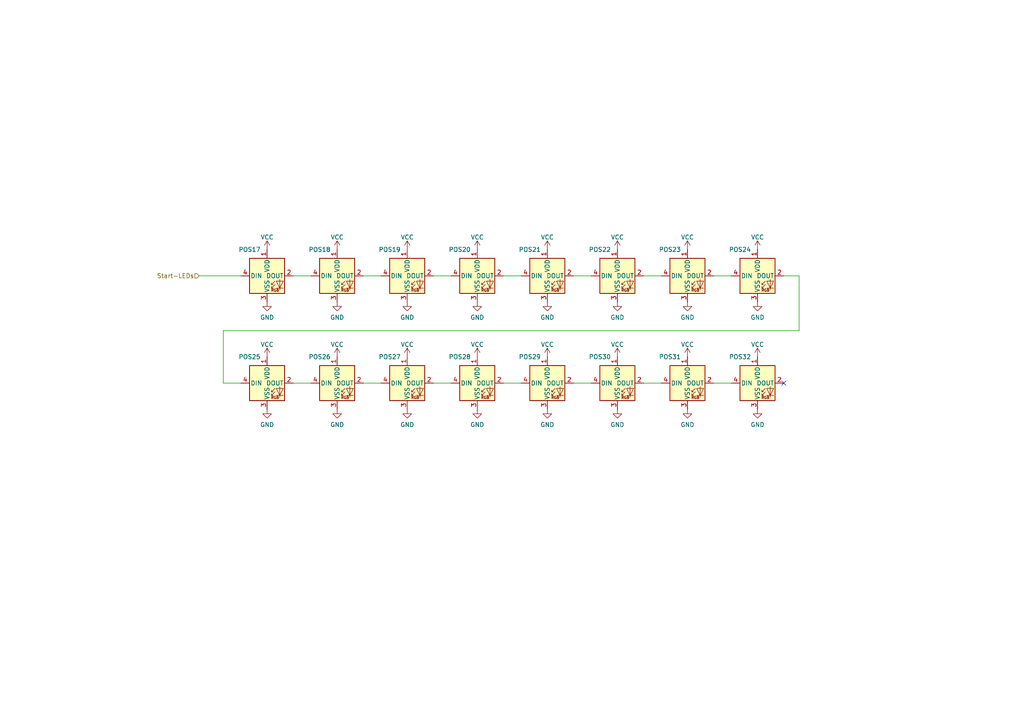
<source format=kicad_sch>
(kicad_sch (version 20211123) (generator eeschema)
  (paper "A4")
  (lib_symbols
    (symbol "LED:WS2812B" (pin_names (offset 0.254))
      (property "Reference" "D" (at 5.08 5.715 0))
      (property "Value" "WS2812B" (at 1.27 -5.715 0))
      (symbol "WS2812B_0_0"
        (text "RGB" (at 2.286 -4.191 0) (effects (font (size 0.762 0.762))))
      )
      (symbol "WS2812B_0_1"
        (polyline (pts (xy 1.27 -3.556) (xy 1.778 -3.556)))
        (polyline (pts (xy 1.27 -2.54) (xy 1.778 -2.54)))
        (polyline (pts (xy 4.699 -3.556) (xy 2.667 -3.556)))
        (polyline (pts (xy 2.286 -2.54) (xy 1.27 -3.556) (xy 1.27 -3.048)))
        (polyline (pts (xy 2.286 -1.524) (xy 1.27 -2.54) (xy 1.27 -2.032)))
        (polyline (pts (xy 3.683 -1.016) (xy 3.683 -3.556) (xy 3.683 -4.064)))
        (polyline (pts (xy 4.699 -1.524) (xy 2.667 -1.524) (xy 3.683 -3.556) (xy 4.699 -1.524)))
        (rectangle (start 5.08 5.08) (end -5.08 -5.08) (stroke (width 0.254)) (fill (type background)))
      )
      (symbol "WS2812B_1_1"
        (pin power_in line (at 0 7.62 270) (length 2.54) (name "VDD") (number "1"))
        (pin output line (at 7.62 0 180) (length 2.54) (name "DOUT") (number "2"))
        (pin power_in line (at 0 -7.62 90) (length 2.54) (name "VSS") (number "3"))
        (pin input line (at -7.62 0 0) (length 2.54) (name "DIN") (number "4"))
      )
    )
    (symbol "power:GND" (power) (pin_names (offset 0))
      (property "Value" "GND" (at 0 -3.81 0))
      (symbol "GND_0_1"
        (polyline (pts (xy 0 0) (xy 0 -1.27) (xy 1.27 -1.27) (xy 0 -2.54) (xy -1.27 -1.27) (xy 0 -1.27)))
      )
      (symbol "GND_1_1"
        (pin power_in line (at 0 0 270) (length 0) hide (name "GND") (number "1"))
      )
    )
    (symbol "power:VCC" (power) (pin_names (offset 0))
      (property "Value" "VCC" (at 0 3.81 0))
      (symbol "VCC_0_1"
        (polyline (pts (xy -0.762 1.27) (xy 0 2.54)))
        (polyline (pts (xy 0 0) (xy 0 2.54)))
        (polyline (pts (xy 0 2.54) (xy 0.762 1.27)))
      )
      (symbol "VCC_1_1"
        (pin power_in line (at 0 0 90) (length 0) hide (name "VCC") (number "1"))
      )
    )
  )
  (no_connect (at 227.33 111.125))
  (wire (pts (xy 57.785 80.01) (xy 69.85 80.01)))
  (wire (pts (xy 227.33 80.01) (xy 231.775 80.01)))
  (wire (pts (xy 146.05 80.01) (xy 151.13 80.01)))
  (wire (pts (xy 105.41 80.01) (xy 110.49 80.01)))
  (wire (pts (xy 207.01 111.125) (xy 212.09 111.125)))
  (wire (pts (xy 125.73 80.01) (xy 130.81 80.01)))
  (wire (pts (xy 64.77 95.885) (xy 64.77 111.125)))
  (wire (pts (xy 64.77 111.125) (xy 69.85 111.125)))
  (wire (pts (xy 85.09 80.01) (xy 90.17 80.01)))
  (wire (pts (xy 166.37 111.125) (xy 171.45 111.125)))
  (wire (pts (xy 207.01 80.01) (xy 212.09 80.01)))
  (wire (pts (xy 186.69 80.01) (xy 191.77 80.01)))
  (wire (pts (xy 231.775 95.885) (xy 64.77 95.885)))
  (wire (pts (xy 166.37 80.01) (xy 171.45 80.01)))
  (wire (pts (xy 85.09 111.125) (xy 90.17 111.125)))
  (wire (pts (xy 105.41 111.125) (xy 110.49 111.125)))
  (wire (pts (xy 125.73 111.125) (xy 130.81 111.125)))
  (wire (pts (xy 186.69 111.125) (xy 191.77 111.125)))
  (wire (pts (xy 146.05 111.125) (xy 151.13 111.125)))
  (wire (pts (xy 231.775 80.01) (xy 231.775 95.885)))
  (hierarchical_label "Start-LEDs" (shape input) (at 57.785 80.01 180))
  (symbol (lib_id "power:VCC") (at 219.71 103.505 0) (unit 1)
    (property "Reference" "#PWR0155" (effects hide))
    (property "Value" "VCC" (at 219.71 99.9292 0))
  )
  (symbol (lib_id "power:GND") (at 118.11 87.63 0) (unit 1)
    (property "Reference" "#PWR0111" (effects hide))
    (property "Value" "GND" (at 118.11 92.0734 0))
  )
  (symbol (lib_id "power:GND") (at 219.71 118.745 0) (unit 1)
    (property "Reference" "#PWR0171" (effects hide))
    (property "Value" "GND" (at 219.71 123.1884 0))
  )
  (symbol (lib_id "power:GND") (at 77.47 87.63 0) (unit 1)
    (property "Reference" "#PWR0100" (effects hide))
    (property "Value" "GND" (at 77.47 92.0734 0))
  )
  (symbol (lib_id "LED:WS2812B") (at 219.71 80.01 0) (unit 1)
    (property "Reference" "POS24" (at 214.63 72.39 0))
    (property "Value" "WS2812-4020_dual" (effects hide))
    (property "Footprint" "FieldBoard_footprint:LED_WS2812B_PLCC4_5.0x5.0mm_P3.2mm" (effects hide))
    (property "Datasheet" "https://cdn-shop.adafruit.com/datasheets/WS2812B.pdf" (effects hide))
  )
  (symbol (lib_id "power:GND") (at 138.43 87.63 0) (unit 1)
    (property "Reference" "#PWR0113" (effects hide))
    (property "Value" "GND" (at 138.43 92.0734 0))
  )
  (symbol (lib_id "power:VCC") (at 138.43 103.505 0) (unit 1)
    (property "Reference" "#PWR0147" (effects hide))
    (property "Value" "VCC" (at 138.43 99.9292 0))
  )
  (symbol (lib_id "power:GND") (at 179.07 87.63 0) (unit 1)
    (property "Reference" "#PWR0117" (effects hide))
    (property "Value" "GND" (at 179.07 92.0734 0))
  )
  (symbol (lib_id "LED:WS2812B") (at 77.47 111.125 0) (unit 1)
    (property "Reference" "POS25" (at 72.39 103.505 0))
    (property "Value" "WS2812-4020_dual" (effects hide))
    (property "Footprint" "FieldBoard_footprint:LED_WS2812B_PLCC4_5.0x5.0mm_P3.2mm" (effects hide))
    (property "Datasheet" "https://cdn-shop.adafruit.com/datasheets/WS2812B.pdf" (effects hide))
  )
  (symbol (lib_id "power:GND") (at 97.79 87.63 0) (unit 1)
    (property "Reference" "#PWR0109" (effects hide))
    (property "Value" "GND" (at 97.79 92.0734 0))
  )
  (symbol (lib_id "power:GND") (at 118.11 118.745 0) (unit 1)
    (property "Reference" "#PWR0161" (effects hide))
    (property "Value" "GND" (at 118.11 123.1884 0))
  )
  (symbol (lib_id "LED:WS2812B") (at 97.79 80.01 0) (unit 1)
    (property "Reference" "POS18" (at 92.71 72.39 0))
    (property "Value" "WS2812-4020_dual" (effects hide))
    (property "Footprint" "FieldBoard_footprint:LED_WS2812B_PLCC4_5.0x5.0mm_P3.2mm" (effects hide))
    (property "Datasheet" "https://cdn-shop.adafruit.com/datasheets/WS2812B.pdf" (effects hide))
  )
  (symbol (lib_id "LED:WS2812B") (at 199.39 80.01 0) (unit 1)
    (property "Reference" "POS23" (at 194.31 72.39 0))
    (property "Value" "WS2812-4020_dual" (effects hide))
    (property "Footprint" "FieldBoard_footprint:LED_WS2812B_PLCC4_5.0x5.0mm_P3.2mm" (effects hide))
    (property "Datasheet" "https://cdn-shop.adafruit.com/datasheets/WS2812B.pdf" (effects hide))
  )
  (symbol (lib_id "power:VCC") (at 118.11 72.39 0) (unit 1)
    (property "Reference" "#PWR088" (effects hide))
    (property "Value" "VCC" (at 118.11 68.8142 0))
  )
  (symbol (lib_id "LED:WS2812B") (at 118.11 80.01 0) (unit 1)
    (property "Reference" "POS19" (at 113.03 72.39 0))
    (property "Value" "WS2812-4020_dual" (effects hide))
    (property "Footprint" "FieldBoard_footprint:LED_WS2812B_PLCC4_5.0x5.0mm_P3.2mm" (effects hide))
    (property "Datasheet" "https://cdn-shop.adafruit.com/datasheets/WS2812B.pdf" (effects hide))
  )
  (symbol (lib_id "LED:WS2812B") (at 219.71 111.125 0) (unit 1)
    (property "Reference" "POS32" (at 214.63 103.505 0))
    (property "Value" "WS2812-4020_dual" (effects hide))
    (property "Footprint" "FieldBoard_footprint:LED_WS2812B_PLCC4_5.0x5.0mm_P3.2mm" (effects hide))
    (property "Datasheet" "https://cdn-shop.adafruit.com/datasheets/WS2812B.pdf" (effects hide))
  )
  (symbol (lib_id "power:GND") (at 199.39 118.745 0) (unit 1)
    (property "Reference" "#PWR0169" (effects hide))
    (property "Value" "GND" (at 199.39 123.1884 0))
  )
  (symbol (lib_id "LED:WS2812B") (at 138.43 80.01 0) (unit 1)
    (property "Reference" "POS20" (at 133.35 72.39 0))
    (property "Value" "WS2812-4020_dual" (effects hide))
    (property "Footprint" "FieldBoard_footprint:LED_WS2812B_PLCC4_5.0x5.0mm_P3.2mm" (effects hide))
    (property "Datasheet" "https://cdn-shop.adafruit.com/datasheets/WS2812B.pdf" (effects hide))
  )
  (symbol (lib_id "LED:WS2812B") (at 118.11 111.125 0) (unit 1)
    (property "Reference" "POS27" (at 113.03 103.505 0))
    (property "Value" "WS2812-4020_dual" (effects hide))
    (property "Footprint" "FieldBoard_footprint:LED_WS2812B_PLCC4_5.0x5.0mm_P3.2mm" (effects hide))
    (property "Datasheet" "https://cdn-shop.adafruit.com/datasheets/WS2812B.pdf" (effects hide))
  )
  (symbol (lib_id "power:VCC") (at 77.47 103.505 0) (unit 1)
    (property "Reference" "#PWR0141" (effects hide))
    (property "Value" "VCC" (at 77.47 99.9292 0))
  )
  (symbol (lib_id "LED:WS2812B") (at 77.47 80.01 0) (unit 1)
    (property "Reference" "POS17" (at 72.39 72.39 0))
    (property "Value" "WS2812-4020_dual" (effects hide))
    (property "Footprint" "FieldBoard_footprint:LED_WS2812B_PLCC4_5.0x5.0mm_P3.2mm" (effects hide))
    (property "Datasheet" "https://cdn-shop.adafruit.com/datasheets/WS2812B.pdf" (effects hide))
  )
  (symbol (lib_id "power:GND") (at 158.75 87.63 0) (unit 1)
    (property "Reference" "#PWR0115" (effects hide))
    (property "Value" "GND" (at 158.75 92.0734 0))
  )
  (symbol (lib_id "power:GND") (at 219.71 87.63 0) (unit 1)
    (property "Reference" "#PWR0121" (effects hide))
    (property "Value" "GND" (at 219.71 92.0734 0))
  )
  (symbol (lib_id "power:VCC") (at 199.39 103.505 0) (unit 1)
    (property "Reference" "#PWR0153" (effects hide))
    (property "Value" "VCC" (at 199.39 99.9292 0))
  )
  (symbol (lib_id "power:VCC") (at 158.75 72.39 0) (unit 1)
    (property "Reference" "#PWR092" (effects hide))
    (property "Value" "VCC" (at 158.75 68.8142 0))
  )
  (symbol (lib_id "power:GND") (at 97.79 118.745 0) (unit 1)
    (property "Reference" "#PWR0159" (effects hide))
    (property "Value" "GND" (at 97.79 123.1884 0))
  )
  (symbol (lib_id "LED:WS2812B") (at 97.79 111.125 0) (unit 1)
    (property "Reference" "POS26" (at 92.71 103.505 0))
    (property "Value" "WS2812-4020_dual" (effects hide))
    (property "Footprint" "FieldBoard_footprint:LED_WS2812B_PLCC4_5.0x5.0mm_P3.2mm" (effects hide))
    (property "Datasheet" "https://cdn-shop.adafruit.com/datasheets/WS2812B.pdf" (effects hide))
  )
  (symbol (lib_id "LED:WS2812B") (at 179.07 111.125 0) (unit 1)
    (property "Reference" "POS30" (at 173.99 103.505 0))
    (property "Value" "WS2812-4020_dual" (effects hide))
    (property "Footprint" "FieldBoard_footprint:LED_WS2812B_PLCC4_5.0x5.0mm_P3.2mm" (effects hide))
    (property "Datasheet" "https://cdn-shop.adafruit.com/datasheets/WS2812B.pdf" (effects hide))
  )
  (symbol (lib_id "power:GND") (at 199.39 87.63 0) (unit 1)
    (property "Reference" "#PWR0119" (effects hide))
    (property "Value" "GND" (at 199.39 92.0734 0))
  )
  (symbol (lib_id "power:GND") (at 138.43 118.745 0) (unit 1)
    (property "Reference" "#PWR0163" (effects hide))
    (property "Value" "GND" (at 138.43 123.1884 0))
  )
  (symbol (lib_id "LED:WS2812B") (at 158.75 80.01 0) (unit 1)
    (property "Reference" "POS21" (at 153.67 72.39 0))
    (property "Value" "WS2812-4020_dual" (effects hide))
    (property "Footprint" "FieldBoard_footprint:LED_WS2812B_PLCC4_5.0x5.0mm_P3.2mm" (effects hide))
    (property "Datasheet" "https://cdn-shop.adafruit.com/datasheets/WS2812B.pdf" (effects hide))
  )
  (symbol (lib_id "power:GND") (at 77.47 118.745 0) (unit 1)
    (property "Reference" "#PWR0157" (effects hide))
    (property "Value" "GND" (at 77.47 123.1884 0))
  )
  (symbol (lib_id "LED:WS2812B") (at 158.75 111.125 0) (unit 1)
    (property "Reference" "POS29" (at 153.67 103.505 0))
    (property "Value" "WS2812-4020_dual" (effects hide))
    (property "Footprint" "FieldBoard_footprint:LED_WS2812B_PLCC4_5.0x5.0mm_P3.2mm" (effects hide))
    (property "Datasheet" "https://cdn-shop.adafruit.com/datasheets/WS2812B.pdf" (effects hide))
  )
  (symbol (lib_id "LED:WS2812B") (at 138.43 111.125 0) (unit 1)
    (property "Reference" "POS28" (at 133.35 103.505 0))
    (property "Value" "WS2812-4020_dual" (effects hide))
    (property "Footprint" "FieldBoard_footprint:LED_WS2812B_PLCC4_5.0x5.0mm_P3.2mm" (effects hide))
    (property "Datasheet" "https://cdn-shop.adafruit.com/datasheets/WS2812B.pdf" (effects hide))
  )
  (symbol (lib_id "power:VCC") (at 199.39 72.39 0) (unit 1)
    (property "Reference" "#PWR096" (effects hide))
    (property "Value" "VCC" (at 199.39 68.8142 0))
  )
  (symbol (lib_id "LED:WS2812B") (at 199.39 111.125 0) (unit 1)
    (property "Reference" "POS31" (at 194.31 103.505 0))
    (property "Value" "WS2812-4020_dual" (effects hide))
    (property "Footprint" "FieldBoard_footprint:LED_WS2812B_PLCC4_5.0x5.0mm_P3.2mm" (effects hide))
    (property "Datasheet" "https://cdn-shop.adafruit.com/datasheets/WS2812B.pdf" (effects hide))
  )
  (symbol (lib_id "power:VCC") (at 179.07 72.39 0) (unit 1)
    (property "Reference" "#PWR094" (effects hide))
    (property "Value" "VCC" (at 179.07 68.8142 0))
  )
  (symbol (lib_id "power:VCC") (at 97.79 72.39 0) (unit 1)
    (property "Reference" "#PWR086" (effects hide))
    (property "Value" "VCC" (at 97.79 68.8142 0))
  )
  (symbol (lib_id "power:VCC") (at 158.75 103.505 0) (unit 1)
    (property "Reference" "#PWR0149" (effects hide))
    (property "Value" "VCC" (at 158.75 99.9292 0))
  )
  (symbol (lib_id "power:VCC") (at 77.47 72.39 0) (unit 1)
    (property "Reference" "#PWR084" (effects hide))
    (property "Value" "VCC" (at 77.47 68.8142 0))
  )
  (symbol (lib_id "power:GND") (at 179.07 118.745 0) (unit 1)
    (property "Reference" "#PWR0167" (effects hide))
    (property "Value" "GND" (at 179.07 123.1884 0))
  )
  (symbol (lib_id "LED:WS2812B") (at 179.07 80.01 0) (unit 1)
    (property "Reference" "POS22" (at 173.99 72.39 0))
    (property "Value" "WS2812-4020_dual" (effects hide))
    (property "Footprint" "FieldBoard_footprint:LED_WS2812B_PLCC4_5.0x5.0mm_P3.2mm" (effects hide))
    (property "Datasheet" "https://cdn-shop.adafruit.com/datasheets/WS2812B.pdf" (effects hide))
  )
  (symbol (lib_id "power:GND") (at 158.75 118.745 0) (unit 1)
    (property "Reference" "#PWR0165" (effects hide))
    (property "Value" "GND" (at 158.75 123.1884 0))
  )
  (symbol (lib_id "power:VCC") (at 219.71 72.39 0) (unit 1)
    (property "Reference" "#PWR098" (effects hide))
    (property "Value" "VCC" (at 219.71 68.8142 0))
  )
  (symbol (lib_id "power:VCC") (at 97.79 103.505 0) (unit 1)
    (property "Reference" "#PWR0143" (effects hide))
    (property "Value" "VCC" (at 97.79 99.9292 0))
  )
  (symbol (lib_id "power:VCC") (at 179.07 103.505 0) (unit 1)
    (property "Reference" "#PWR0151" (effects hide))
    (property "Value" "VCC" (at 179.07 99.9292 0))
  )
  (symbol (lib_id "power:VCC") (at 118.11 103.505 0) (unit 1)
    (property "Reference" "#PWR0145" (effects hide))
    (property "Value" "VCC" (at 118.11 99.9292 0))
  )
  (symbol (lib_id "power:VCC") (at 138.43 72.39 0) (unit 1)
    (property "Reference" "#PWR090" (effects hide))
    (property "Value" "VCC" (at 138.43 68.8142 0))
  )
)
</source>
